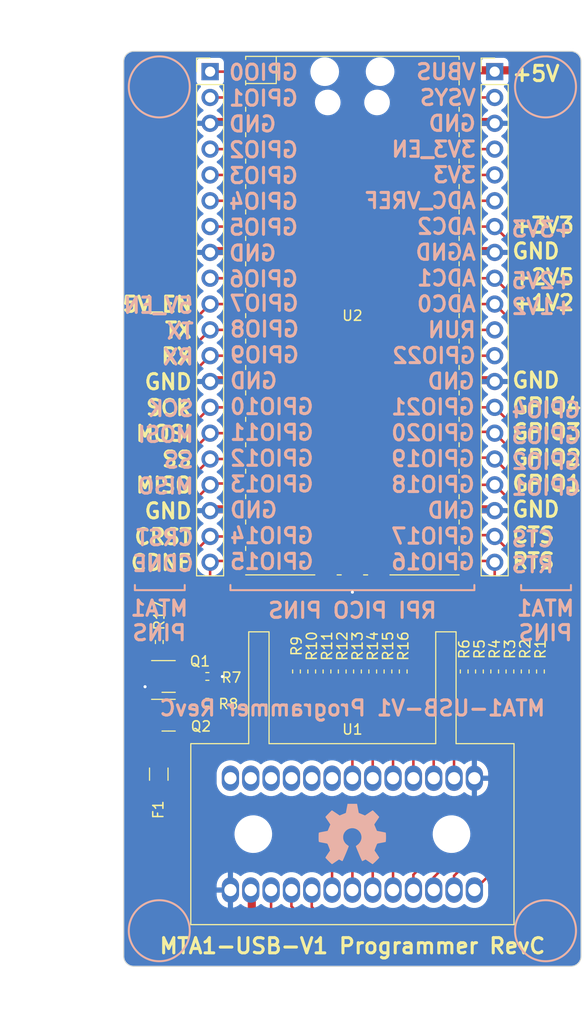
<source format=kicad_pcb>
(kicad_pcb (version 20221018) (generator pcbnew)
  (layers (0 "F.Cu" signal) (31 "B.Cu" signal) (34 "B.Paste" user) (35 "F.Paste" user) (36 "B.SilkS" user "B.Silkscreen") (37 "F.SilkS" user "F.Silkscreen") (38 "B.Mask" user) (39 "F.Mask" user) (44 "Edge.Cuts" user))
  (net 0 "")
  (net 1 "GND")
  (net 2 "+5V")
  (net 3 "+3V3")
  (net 4 "+2V5")
  (net 5 "+1V2")
  (net 6 "/TX")
  (net 7 "/RX")
  (net 8 "/RTS")
  (net 9 "/CTS")
  (net 10 "/GPIO1")
  (net 11 "/GPIO2")
  (net 12 "/GPIO3")
  (net 13 "/GPIO4")
  (net 14 "/CDONE")
  (net 15 "/CRESET")
  (net 16 "/MISO")
  (net 17 "/SS")
  (net 18 "/MOSI")
  (net 19 "/SCK")
  (net 26 "/PICO_0")
  (net 27 "/PICO_1")
  (net 28 "/PICO_2")
  (net 29 "/PICO_3")
  (net 30 "/PICO_4")
  (net 31 "/PICO_5")
  (net 32 "/PICO_6")
  (net 33 "/PICO_VSYS")
  (net 34 "/PICO_3V3_EN")
  (net 35 "/PICO_3V3")
  (net 36 "/PICO_ADC_VREF")
  (net 39 "/PICO_RUN")
  (net 40 "/PICO22")
  (net 41 "/TX_U")
  (net 42 "/RX_U")
  (net 43 "/SCK_U")
  (net 44 "/MOSI_U")
  (net 45 "/SS_U")
  (net 46 "/MISO_U")
  (net 47 "/CRESET_U")
  (net 48 "/CDONE_U")
  (net 49 "/GPIO4_U")
  (net 50 "/GPIO3_U")
  (net 51 "/GPIO2_U")
  (net 52 "/GPIO1_U")
  (net 53 "/CTS_U")
  (net 54 "/RTS_U")
  (net 55 "/5V_EN")
  (net 56 "Net-(Q1-Pad3)")
  (net 57 "/5V_DUT")
  (net 58 "/5V_FUSE")
  (net 59 "Net-(Q1-Pad1)")
  (footprint "mta1:ERJ2G(0402)_L" (layer "F.Cu") (at 153 110 -90)
    (fp_text reference "R5")
    (fp_text value "R100")
  )
  (footprint "mta1:ERJ2G(0402)_L" (layer "F.Cu") (at 154.5 110 -90)
    (fp_text reference "R4")
    (fp_text value "R100")
  )
  (footprint "mta1:ERJ2G(0402)_L" (layer "F.Cu") (at 151.5 110 -90)
    (fp_text reference "R6")
    (fp_text value "R100")
  )
  (footprint "Connector_PinHeader_2.54mm:PinHeader_1x20_P2.54mm_Vertical" (layer "F.Cu") (at 154.5 51)
    (fp_text reference "J2" hide)
    (fp_text value "Conn_01x20")
  )
  (footprint "Fuse:Fuse_1206_3216Metric" (layer "F.Cu") (at 121.45 120.1 90)
    (fp_text reference "F1")
    (fp_text value "50mA, nSMD005")
  )
  (footprint "mta1:ERJ2G(0402)_L" (layer "F.Cu") (at 139.5 110 90)
    (fp_text reference "R12")
    (fp_text value "R100")
  )
  (footprint "Connector_PinHeader_2.54mm:PinHeader_1x20_P2.54mm_Vertical" (layer "F.Cu") (at 126.5 51)
    (fp_text reference "J1" hide)
    (fp_text value "Conn_01x20")
  )
  (footprint "mta1:ERJ2G(0402)_L" (layer "F.Cu") (at 142.5 110 90)
    (fp_text reference "R14")
    (fp_text value "R100")
  )
  (footprint "mta1:ERJ2G(0402)_L" (layer "F.Cu") (at 138 110 90)
    (fp_text reference "R11")
    (fp_text value "R100")
  )
  (footprint "mta1:ERJ2G(0402)_L" (layer "F.Cu") (at 141 110 90)
    (fp_text reference "R13")
    (fp_text value "R100")
  )
  (footprint "Package_TO_SOT_SMD:SOT-23" (layer "F.Cu") (at 122.42 110.49)
    (fp_text reference "Q1")
    (fp_text value "AO3400A")
  )
  (footprint "mta1:ERJ2G(0402)_L" (layer "F.Cu") (at 126.23 113.03)
    (fp_text reference "R8")
    (fp_text value "10K")
  )
  (footprint "Package_TO_SOT_SMD:SOT-23" (layer "F.Cu") (at 122.42 114.3)
    (fp_text reference "Q2")
    (fp_text value "AO3401A")
  )
  (footprint "mta1:ERJ2G(0402)_L" (layer "F.Cu") (at 135 110 90)
    (fp_text reference "R9")
    (fp_text value "R100")
  )
  (footprint "mta1:ERJ2G(0402)_L" (layer "F.Cu") (at 136.5 110 90)
    (fp_text reference "R10")
    (fp_text value "R100")
  )
  (footprint "MCU_RaspberryPi_and_Boards:RPi_Pico_SMD" (layer "F.Cu") (at 140.5 75)
    (fp_text reference "U2")
    (fp_text value "Pico")
  )
  (footprint "mta1:mta1_usb_ch554_pogo" (layer "F.Cu") (at 140.5 126)
    (fp_text reference "U1")
    (fp_text value "mta1_usb_ch554_pogo")
  )
  (footprint "mta1:ERJ2G(0402)_L" (layer "F.Cu") (at 159 110 -90)
    (fp_text reference "R1")
    (fp_text value "R100")
  )
  (footprint "mta1:ERJ2G(0402)_L" (layer "F.Cu") (at 145.5 110 90)
    (fp_text reference "R16")
    (fp_text value "R100")
  )
  (footprint "mta1:ERJ2G(0402)_L" (layer "F.Cu") (at 156 110 -90)
    (fp_text reference "R3")
    (fp_text value "R100")
  )
  (footprint "mta1:ERJ2G(0402)_L" (layer "F.Cu") (at 121.5 107.1 -90)
    (fp_text reference "R17")
    (fp_text value "R100")
  )
  (footprint "mta1:ERJ2G(0402)_L" (layer "F.Cu") (at 144 110 90)
    (fp_text reference "R15")
    (fp_text value "R100")
  )
  (footprint "mta1:ERJ2G(0402)_L" (layer "F.Cu") (at 126.23 110.49 180)
    (fp_text reference "R7")
    (fp_text value "10K")
  )
  (footprint "mta1:ERJ2G(0402)_L" (layer "F.Cu") (at 157.5 110 -90)
    (fp_text reference "R2")
    (fp_text value "R100")
  )
  (footprint "Symbol:OSHW-Symbol_6.7x6mm_SilkScreen" (layer "B.Cu") (at 140.5 126 180)
    (fp_text reference "REF**" hide)
    (fp_text value "OSHW-Symbol_6.7x6mm_SilkScreen" hide)
  )
  (gr_circle (center 121.5 52.5) (end 124.5 52.5) (stroke (width 0.2)) (fill none) (layer "B.SilkS"))
  (gr_line (start 157.1 102) (end 162 102) (stroke (width 0.2)) (layer "B.SilkS"))
  (gr_line (start 119.1 102) (end 124 102) (stroke (width 0.2)) (layer "B.SilkS"))
  (gr_circle (center 159.5 52.5) (end 162.5 52.5) (stroke (width 0.2)) (fill none) (layer "B.SilkS"))
  (gr_circle (center 159.5 135.5) (end 162.5 135.5) (stroke (width 0.2)) (fill none) (layer "B.SilkS"))
  (gr_line (start 119.1 101.5) (end 119.1 102) (stroke (width 0.2)) (layer "B.SilkS"))
  (gr_circle (center 121.5 135.5) (end 124.5 135.5) (stroke (width 0.2)) (fill none) (layer "B.SilkS"))
  (gr_line (start 162 101.5) (end 162 102) (stroke (width 0.2)) (layer "B.SilkS"))
  (gr_line (start 128.5 102) (end 152.5 102) (stroke (width 0.2)) (layer "B.SilkS"))
  (gr_line (start 124 101.5) (end 124 102) (stroke (width 0.2)) (layer "B.SilkS"))
  (gr_line (start 157.1 101.5) (end 157.1 102) (stroke (width 0.2)) (layer "B.SilkS"))
  (gr_line (start 128.5 101.5) (end 128.5 102) (stroke (width 0.2)) (layer "B.SilkS"))
  (gr_line (start 152.5 101.5) (end 152.5 102) (stroke (width 0.2)) (layer "B.SilkS"))
  (gr_arc (start 118 50) (mid 118.292893 49.292893) (end 119 49) (stroke (width 0.1)) (layer "Edge.Cuts"))
  (gr_line (start 162 49) (end 119 49) (stroke (width 0.1)) (layer "Edge.Cuts"))
  (gr_line (start 118 50) (end 118 138) (stroke (width 0.1)) (layer "Edge.Cuts"))
  (gr_arc (start 119 139) (mid 118.292893 138.707107) (end 118 138) (stroke (width 0.1)) (layer "Edge.Cuts"))
  (gr_arc (start 162 49) (mid 162.707107 49.292893) (end 163 50) (stroke (width 0.1)) (layer "Edge.Cuts"))
  (gr_line (start 119 139) (end 162 139) (stroke (width 0.1)) (layer "Edge.Cuts"))
  (gr_line (start 163 138) (end 163 50) (stroke (width 0.1)) (layer "Edge.Cuts"))
  (gr_arc (start 163 138) (mid 162.707107 138.707107) (end 162 139) (stroke (width 0.1)) (layer "Edge.Cuts"))
  (gr_text "GND" (at 152.7 94.16) (layer "B.SilkS") (effects (font (size 1.5 1.5) (thickness 0.3)) (justify left mirror)))
  (gr_text "SS" (at 125.04 89.24) (layer "B.SilkS") (effects (font (size 1.5 1.5) (thickness 0.3)) (justify left mirror)))
  (gr_text "+2V5" (at 156 71.58) (layer "B.SilkS") (effects (font (size 1.5 1.5) (thickness 0.3)) (justify right mirror)))
  (gr_text "GPIO11" (at 128.3 86.5) (layer "B.SilkS") (effects (font (size 1.5 1.5) (thickness 0.3)) (justify right mirror)))
  (gr_text "VBUS" (at 152.8 51.02) (layer "B.SilkS") (effects (font (size 1.5 1.5) (thickness 0.3)) (justify left mirror)))
  (gr_text "GPIO6" (at 128.2 71.4) (layer "B.SilkS") (effects (font (size 1.5 1.5) (thickness 0.3)) (justify right mirror)))
  (gr_text "+1V2" (at 156 74.12) (layer "B.SilkS") (effects (font (size 1.5 1.5) (thickness 0.3)) (justify right mirror)))
  (gr_text "GND" (at 128.2 68.86) (layer "B.SilkS") (effects (font (size 1.5 1.5) (thickness 0.3)) (justify right mirror)))
  (gr_text "GPIO2" (at 156 89.36) (layer "B.SilkS") (effects (font (size 1.5 1.5) (thickness 0.3)) (justify right mirror)))
  (gr_text "GPIO22" (at 152.8 78.94) (layer "B.SilkS") (effects (font (size 1.5 1.5) (thickness 0.3)) (justify left mirror)))
  (gr_text "CRST" (at 125.04 96.86) (layer "B.SilkS") (effects (font (size 1.5 1.5) (thickness 0.3)) (justify left mirror)))
  (gr_text "TX" (at 125.04 76.54) (layer "B.SilkS") (effects (font (size 1.5 1.5) (thickness 0.3)) (justify left mirror)))
  (gr_text "CTS" (at 156 96.98) (layer "B.SilkS") (effects (font (size 1.5 1.5) (thickness 0.3)) (justify right mirror)))
  (gr_text "RUN" (at 152.8 76.4) (layer "B.SilkS") (effects (font (size 1.5 1.5) (thickness 0.3)) (justify left mirror)))
  (gr_text "GPIO10" (at 128.3 83.96) (layer "B.SilkS") (effects (font (size 1.5 1.5) (thickness 0.3)) (justify right mirror)))
  (gr_text "MTA1\nPINS" (at 121.5 105) (layer "B.SilkS") (effects (font (size 1.5 1.5) (thickness 0.3)) (justify mirror)))
  (gr_text "+3V3" (at 156 66.5) (layer "B.SilkS") (effects (font (size 1.5 1.5) (thickness 0.3)) (justify right mirror)))
  (gr_text "GND" (at 128.2 56.16) (layer "B.SilkS") (effects (font (size 1.5 1.5) (thickness 0.3)) (justify right mirror)))
  (gr_text "CDNE" (at 125.04 99.4) (layer "B.SilkS") (effects (font (size 1.5 1.5) (thickness 0.3)) (justify left mirror)))
  (gr_text "GPIO16" (at 152.7 99.24) (layer "B.SilkS") (effects (font (size 1.5 1.5) (thickness 0.3)) (justify left mirror)))
  (gr_text "GPIO8" (at 128.3 76.34) (layer "B.SilkS") (effects (font (size 1.5 1.5) (thickness 0.3)) (justify right mirror)))
  (gr_text "GPIO3" (at 128.2 61.24) (layer "B.SilkS") (effects (font (size 1.5 1.5) (thickness 0.3)) (justify right mirror)))
  (gr_text "GPIO19" (at 152.7 89.08) (layer "B.SilkS") (effects (font (size 1.5 1.5) (thickness 0.3)) (justify left mirror)))
  (gr_text "GND" (at 128.3 81.42) (layer "B.SilkS") (effects (font (size 1.5 1.5) (thickness 0.3)) (justify right mirror)))
  (gr_text "GPIO14" (at 128.3 96.66) (layer "B.SilkS") (effects (font (size 1.5 1.5) (thickness 0.3)) (justify right mirror)))
  (gr_text "ADC0" (at 152.8 73.86) (layer "B.SilkS") (effects (font (size 1.5 1.5) (thickness 0.3)) (justify left mirror)))
  (gr_text "GPIO13" (at 128.3 91.58) (layer "B.SilkS") (effects (font (size 1.5 1.5) (thickness 0.3)) (justify right mirror)))
  (gr_text "MISO" (at 125.04 91.78) (layer "B.SilkS") (effects (font (size 1.5 1.5) (thickness 0.3)) (justify left mirror)))
  (gr_text "GPIO18" (at 152.7 91.62) (layer "B.SilkS") (effects (font (size 1.5 1.5) (thickness 0.3)) (justify left mirror)))
  (gr_text "3V3_EN" (at 152.8 58.64) (layer "B.SilkS") (effects (font (size 1.5 1.5) (thickness 0.3)) (justify left mirror)))
  (gr_text "3V3" (at 152.8 61.16) (layer "B.SilkS") (effects (font (size 1.5 1.5) (thickness 0.3)) (justify left mirror)))
  (gr_text "GPIO7" (at 128.26 73.8) (layer "B.SilkS") (effects (font (size 1.5 1.5) (thickness 0.3)) (justify right mirror)))
  (gr_text "GPIO4" (at 128.2 63.78) (layer "B.SilkS") (effects (font (size 1.5 1.5) (thickness 0.3)) (justify right mirror)))
  (gr_text "VSYS" (at 152.8 53.56) (layer "B.SilkS") (effects (font (size 1.5 1.5) (thickness 0.3)) (justify left mirror)))
  (gr_text "MTA1-USB-V1 Programmer RevC" (at 140.5 113.61) (layer "B.SilkS") (effects (font (size 1.5 1.5) (thickness 0.3)) (justify mirror)))
  (gr_text "AGND" (at 152.8 68.78) (layer "B.SilkS") (effects (font (size 1.5 1.5) (thickness 0.3)) (justify left mirror)))
  (gr_text "RX" (at 125.04 79.08) (layer "B.SilkS") (effects (font (size 1.5 1.5) (thickness 0.3)) (justify left mirror)))
  (gr_text "GPIO15" (at 128.3 99.2) (layer "B.SilkS") (effects (font (size 1.5 1.5) (thickness 0.3)) (justify right mirror)))
  (gr_text "GPIO2" (at 128.2 58.7) (layer "B.SilkS") (effects (font (size 1.5 1.5) (thickness 0.3)) (justify right mirror)))
  (gr_text "GND" (at 128.3 94.12) (layer "B.SilkS") (effects (font (size 1.5 1.5) (thickness 0.3)) (justify right mirror)))
  (gr_text "ADC1" (at 152.8 71.32) (layer "B.SilkS") (effects (font (size 1.5 1.5) (thickness 0.3)) (justify left mirror)))
  (gr_text "GPIO4" (at 156 84.28) (layer "B.SilkS") (effects (font (size 1.5 1.5) (thickness 0.3)) (justify right mirror)))
  (gr_text "ADC_VREF" (at 152.8 63.7) (layer "B.SilkS") (effects (font (size 1.5 1.5) (thickness 0.3)) (justify left mirror)))
  (gr_text "RPI PICO PINS" (at 140.5 104) (layer "B.SilkS") (effects (font (size 1.5 1.5) (thickness 0.3)) (justify mirror)))
  (gr_text "GPIO9" (at 128.3 78.88) (layer "B.SilkS") (effects (font (size 1.5 1.5) (thickness 0.3)) (justify right mirror)))
  (gr_text "GPIO1" (at 156 91.9) (layer "B.SilkS") (effects (font (size 1.5 1.5) (thickness 0.3)) (justify right mirror)))
  (gr_text "5V_EN" (at 125 74) (layer "B.SilkS") (effects (font (size 1.5 1.5) (thickness 0.3)) (justify left mirror)))
  (gr_text "GPIO1" (at 128.2 53.62) (layer "B.SilkS") (effects (font (size 1.5 1.5) (thickness 0.3)) (justify right mirror)))
  (gr_text "GPIO5" (at 128.2 66.32) (layer "B.SilkS") (effects (font (size 1.5 1.5) (thickness 0.3)) (justify right mirror)))
  (gr_text "GND" (at 152.7 81.46) (layer "B.SilkS") (effects (font (size 1.5 1.5) (thickness 0.3)) (justify left mirror)))
  (gr_text "GPIO20" (at 152.7 86.54) (layer "B.SilkS") (effects (font (size 1.5 1.5) (thickness 0.3)) (justify left mirror)))
  (gr_text "MOSI" (at 125.04 86.7) (layer "B.SilkS") (effects (font (size 1.5 1.5) (thickness 0.3)) (justify left mirror)))
  (gr_text "ADC2" (at 152.8 66.24) (layer "B.SilkS") (effects (font (size 1.5 1.5) (thickness 0.3)) (justify left mirror)))
  (gr_text "SCK" (at 125.04 84.16) (layer "B.SilkS") (effects (font (size 1.5 1.5) (thickness 0.3)) (justify left mirror)))
  (gr_text "GPIO3" (at 156 86.82) (layer "B.SilkS") (effects (font (size 1.5 1.5) (thickness 0.3)) (justify right mirror)))
  (gr_text "GPIO12" (at 128.3 89.04) (layer "B.SilkS") (effects (font (size 1.5 1.5) (thickness 0.3)) (justify right mirror)))
  (gr_text "GPIO0" (at 128.2 51.08) (layer "B.SilkS") (effects (font (size 1.5 1.5) (thickness 0.3)) (justify right mirror)))
  (gr_text "GND" (at 152.8 56.1) (layer "B.SilkS") (effects (font (size 1.5 1.5) (thickness 0.3)) (justify left mirror)))
  (gr_text "GPIO17" (at 152.7 96.7) (layer "B.SilkS") (effects (font (size 1.5 1.5) (thickness 0.3)) (justify left mirror)))
  (gr_text "MTA1\nPINS" (at 159.5 105) (layer "B.SilkS") (effects (font (size 1.5 1.5) (thickness 0.3)) (justify mirror)))
  (gr_text "RTS" (at 156 99.52) (layer "B.SilkS") (effects (font (size 1.5 1.5) (thickness 0.3)) (justify right mirror)))
  (gr_text "GPIO21" (at 152.7 84) (layer "B.SilkS") (effects (font (size 1.5 1.5) (thickness 0.3)) (justify left mirror)))
  (gr_text "MOSI" (at 124.86 86.6) (layer "F.SilkS") (effects (font (size 1.5 1.5) (thickness 0.3)) (justify right)))
  (gr_text "GPIO3" (at 156.075 86.44) (layer "F.SilkS") (effects (font (size 1.5 1.5) (thickness 0.3)) (justify left)))
  (gr_text "GPIO1" (at 156.075 91.52) (layer "F.SilkS") (effects (font (size 1.5 1.5) (thickness 0.3)) (justify left)))
  (gr_text "GND" (at 124.86 94.22) (layer "F.SilkS") (effects (font (size 1.5 1.5) (thickness 0.3)) (justify right)))
  (gr_text "GPIO4" (at 156.075 83.9) (layer "F.SilkS") (effects (font (size 1.5 1.5) (thickness 0.3)) (justify left)))
  (gr_text "TX" (at 124.86 76.44) (layer "F.SilkS") (effects (font (size 1.5 1.5) (thickness 0.3)) (justify right)))
  (gr_text "GPIO2" (at 156.075 88.98) (layer "F.SilkS") (effects (font (size 1.5 1.5) (thickness 0.3)) (justify left)))
  (gr_text "+2V5" (at 156.075 71.2) (layer "F.SilkS") (effects (font (size 1.5 1.5) (thickness 0.3)) (justify left)))
  (gr_text "GND" (at 156.075 81.36) (layer "F.SilkS") (effects (font (size 1.5 1.5) (thickness 0.3)) (justify left)))
  (gr_text "GND" (at 156.075 94.06) (layer "F.SilkS") (effects (font (size 1.5 1.5) (thickness 0.3)) (justify left)))
  (gr_text "SCK" (at 124.86 84.06) (layer "F.SilkS") (effects (font (size 1.5 1.5) (thickness 0.3)) (justify right)))
  (gr_text "+1V2" (at 156.075 73.74) (layer "F.SilkS") (effects (font (size 1.5 1.5) (thickness 0.3)) (justify left)))
  (gr_text "5V_EN" (at 124.9 73.9) (layer "F.SilkS") (effects (font (size 1.5 1.5) (thickness 0.3)) (justify right)))
  (gr_text "GND" (at 156.075 68.66) (layer "F.SilkS") (effects (font (size 1.5 1.5) (thickness 0.3)) (justify left)))
  (gr_text "RX" (at 124.86 78.98) (layer "F.SilkS") (effects (font (size 1.5 1.5) (thickness 0.3)) (justify right)))
  (gr_text "+5V" (at 156.075 51.2) (layer "F.SilkS") (effects (font (size 1.5 1.5) (thickness 0.3)) (justify left)))
  (gr_text "GND" (at 124.86 81.52) (layer "F.SilkS") (effects (font (size 1.5 1.5) (thickness 0.3)) (justify right)))
  (gr_text "CRST" (at 124.86 96.76) (layer "F.SilkS") (effects (font (size 1.5 1.5) (thickness 0.3)) (justify right)))
  (gr_text "RTS" (at 156.075 99.14) (layer "F.SilkS") (effects (font (size 1.5 1.5) (thickness 0.3)) (justify left)))
  (gr_text "+3V3" (at 156.075 66.12) (layer "F.SilkS") (effects (font (size 1.5 1.5) (thickness 0.3)) (justify left)))
  (gr_text "CTS" (at 156.075 96.6) (layer "F.SilkS") (effects (font (size 1.5 1.5) (thickness 0.3)) (justify left)))
  (gr_text "MISO" (at 124.86 91.68) (layer "F.SilkS") (effects (font (size 1.5 1.5) (thickness 0.3)) (justify right)))
  (gr_text "CDNE" (at 124.86 99.3) (layer "F.SilkS") (effects (font (size 1.5 1.5) (thickness 0.3)) (justify right)))
  (gr_text "SS" (at 124.86 89.14) (layer "F.SilkS") (effects (font (size 1.5 1.5) (thickness 0.3)) (justify right)))
  (gr_text "MTA1-USB-V1 Programmer RevC" (at 140.5 137) (layer "F.SilkS") (effects (font (size 1.5 1.5) (thickness 0.3))))
  (segment (start 154.37 68.65) (end 154.5 68.78) (width 0.8) (layer "F.Cu") (net 1))
  (segment (start 149.39 55.95) (end 154.37 55.95) (width 0.8) (layer "F.Cu") (net 1))
  (segment (start 154.37 94.05) (end 154.5 94.18) (width 0.8) (layer "F.Cu") (net 1))
  (segment (start 149.39 68.65) (end 154.37 68.65) (width 0.8) (layer "F.Cu") (net 1))
  (segment (start 126.63 110.49) (end 127.49 110.49) (width 0.25) (layer "F.Cu") (net 1))
  (segment (start 127.5 110.5) (end 127.7 110.5) (width 0.25) (layer "F.Cu") (net 1))
  (segment (start 127.49 110.49) (end 127.5 110.5) (width 0.25) (layer "F.Cu") (net 1))
  (segment (start 154.37 81.35) (end 154.5 81.48) (width 0.8) (layer "F.Cu") (net 1))
  (segment (start 131.61 94.05) (end 126.63 94.05) (width 0.8) (layer "F.Cu") (net 1))
  (segment (start 126.63 55.95) (end 126.5 56.08) (width 0.8) (layer "F.Cu") (net 1))
  (segment (start 126.63 81.35) (end 126.5 81.48) (width 0.8) (layer "F.Cu") (net 1))
  (segment (start 121.4825 111.44) (end 120.16 111.44) (width 0.25) (layer "F.Cu") (net 1))
  (segment (start 120.16 111.44) (end 120.1 111.5) (width 0.25) (layer "F.Cu") (net 1))
  (segment (start 131.61 55.95) (end 126.63 55.95) (width 0.8) (layer "F.Cu") (net 1))
  (segment (start 131.61 68.65) (end 126.63 68.65) (width 0.8) (layer "F.Cu") (net 1))
  (segment (start 140.5 98.9) (end 140.5 102.2) (width 0.8) (layer "F.Cu") (net 1))
  (segment (start 126.63 68.65) (end 126.5 68.78) (width 0.8) (layer "F.Cu") (net 1))
  (segment (start 149.39 94.05) (end 154.37 94.05) (width 0.8) (layer "F.Cu") (net 1))
  (segment (start 149.39 81.35) (end 154.37 81.35) (width 0.8) (layer "F.Cu") (net 1))
  (segment (start 154.37 55.95) (end 154.5 56.08) (width 0.8) (layer "F.Cu") (net 1))
  (segment (start 126.63 94.05) (end 126.5 94.18) (width 0.8) (layer "F.Cu") (net 1))
  (segment (start 131.61 81.35) (end 126.63 81.35) (width 0.8) (layer "F.Cu") (net 1))
  (via (at 127.7 110.5) (size 0.6) (drill 0.3) (layers "F.Cu" "B.Cu") (net 1))
  (via (at 120.1 111.5) (size 0.6) (drill 0.3) (layers "F.Cu" "B.Cu") (net 1))
  (via (at 140.5 102.2) (size 0.6) (drill 0.3) (layers "F.Cu" "B.Cu") (net 1))
  (segment (start 158.17 50.87) (end 162 54.7) (width 0.8) (layer "F.Cu") (net 2))
  (segment (start 159 137.1) (end 127.3 137.1) (width 0.8) (layer "F.Cu") (net 2))
  (segment (start 162 134.1) (end 159 137.1) (width 0.8) (layer "F.Cu") (net 2))
  (segment (start 127.3 137.1) (end 121.45 131.25) (width 0.8) (layer "F.Cu") (net 2))
  (segment (start 121.45 131.25) (end 121.45 121.5) (width 0.8) (layer "F.Cu") (net 2))
  (segment (start 162 54.7) (end 162 134.1) (width 0.8) (layer "F.Cu") (net 2))
  (segment (start 149.39 50.87) (end 158.17 50.87) (width 0.8) (layer "F.Cu") (net 2))
  (segment (start 161 72.74) (end 161 130.26) (width 0.25) (layer "F.Cu") (net 3))
  (segment (start 149.52 66.24) (end 149.39 66.11) (width 0.25) (layer "F.Cu") (net 3))
  (segment (start 154.5 66.24) (end 149.52 66.24) (width 0.25) (layer "F.Cu") (net 3))
  (segment (start 155.56 135.7) (end 134.9 135.7) (width 0.25) (layer "F.Cu") (net 3))
  (segment (start 134.9 135.7) (end 132.5 133.3) (width 0.25) (layer "F.Cu") (net 3))
  (segment (start 154.5 66.24) (end 161 72.74) (width 0.25) (layer "F.Cu") (net 3))
  (segment (start 132.5 133.3) (end 132.5 131.5) (width 0.25) (layer "F.Cu") (net 3))
  (segment (start 161 130.26) (end 155.56 135.7) (width 0.25) (layer "F.Cu") (net 3))
  (segment (start 134.5 131.5) (end 134.5 133.1) (width 0.25) (layer "F.Cu") (net 4))
  (segment (start 160.5 129.835718) (end 160.5 77.32) (width 0.25) (layer "F.Cu") (net 4))
  (segment (start 155.235718 135.1) (end 160.5 129.835718) (width 0.25) (layer "F.Cu") (net 4))
  (segment (start 134.5 133.1) (end 136.5 135.1) (width 0.25) (layer "F.Cu") (net 4))
  (segment (start 160.5 77.32) (end 154.5 71.32) (width 0.25) (layer "F.Cu") (net 4))
  (segment (start 149.52 71.32) (end 154.5 71.32) (width 0.25) (layer "F.Cu") (net 4))
  (segment (start 136.5 135.1) (end 155.235718 135.1) (width 0.25) (layer "F.Cu") (net 4))
  (segment (start 149.39 71.19) (end 149.52 71.32) (width 0.25) (layer "F.Cu") (net 4))
  (segment (start 155.02 134.4) (end 137.74 134.4) (width 0.25) (layer "F.Cu") (net 5))
  (segment (start 149.39 73.73) (end 149.52 73.86) (width 0.25) (layer "F.Cu") (net 5))
  (segment (start 149.52 73.86) (end 154.5 73.86) (width 0.25) (layer "F.Cu") (net 5))
  (segment (start 160 79.36) (end 160 129.42) (width 0.25) (layer "F.Cu") (net 5))
  (segment (start 160 129.42) (end 155.02 134.4) (width 0.25) (layer "F.Cu") (net 5))
  (segment (start 137.74 134.4) (end 136.5 133.16) (width 0.25) (layer "F.Cu") (net 5))
  (segment (start 136.5 133.16) (end 136.5 131.5) (width 0.25) (layer "F.Cu") (net 5))
  (segment (start 154.5 73.86) (end 160 79.36) (width 0.25) (layer "F.Cu") (net 5))
  (segment (start 125.7 118.3) (end 125.7 122) (width 0.25) (layer "F.Cu") (net 6))
  (segment (start 136.94 123.5) (end 138.5 125.06) (width 0.25) (layer "F.Cu") (net 6))
  (segment (start 125.7 122) (end 127.2 123.5) (width 0.25) (layer "F.Cu") (net 6))
  (segment (start 135 113.3) (end 131.67 116.63) (width 0.25) (layer "F.Cu") (net 6))
  (segment (start 138.5 125.06) (end 138.5 131.5) (width 0.25) (layer "F.Cu") (net 6))
  (segment (start 127.2 123.5) (end 136.94 123.5) (width 0.25) (layer "F.Cu") (net 6))
  (segment (start 135 110.4) (end 135 113.3) (width 0.25) (layer "F.Cu") (net 6))
  (segment (start 131.67 116.63) (end 127.37 116.63) (width 0.25) (layer "F.Cu") (net 6))
  (segment (start 127.37 116.63) (end 125.7 118.3) (width 0.25) (layer "F.Cu") (net 6))
  (segment (start 126.3 121.6) (end 126.3 118.49) (width 0.25) (layer "F.Cu") (net 7))
  (segment (start 126.3 118.49) (end 127.42 117.37) (width 0.25) (layer "F.Cu") (net 7))
  (segment (start 136.5 110.4) (end 136.5 112.7) (width 0.25) (layer "F.Cu") (net 7))
  (segment (start 140.5 126.1) (end 137.25048 122.85048) (width 0.25) (layer "F.Cu") (net 7))
  (segment (start 131.93 117.37) (end 136.5 112.8) (width 0.25) (layer "F.Cu") (net 7))
  (segment (start 127.55048 122.85048) (end 126.3 121.6) (width 0.25) (layer "F.Cu") (net 7))
  (segment (start 136.5 112.8) (end 136.5 110.4) (width 0.25) (layer "F.Cu") (net 7))
  (segment (start 140.5 131.5) (end 140.5 126.1) (width 0.25) (layer "F.Cu") (net 7))
  (segment (start 137.25048 122.85048) (end 127.55048 122.85048) (width 0.25) (layer "F.Cu") (net 7))
  (segment (start 127.42 117.37) (end 131.93 117.37) (width 0.25) (layer "F.Cu") (net 7))
  (segment (start 154.31 116.51) (end 154.31 122.06) (width 0.25) (layer "F.Cu") (net 8))
  (segment (start 154.31 122.06) (end 153.47 122.9) (width 0.25) (layer "F.Cu") (net 8))
  (segment (start 142.5 126.75) (end 142.5 131.5) (width 0.25) (layer "F.Cu") (net 8))
  (segment (start 153.47 122.9) (end 146.35 122.9) (width 0.25) (layer "F.Cu") (net 8))
  (segment (start 151.5 113.7) (end 154.31 116.51) (width 0.25) (layer "F.Cu") (net 8))
  (segment (start 151.5 110.4) (end 151.5 113.7) (width 0.25) (layer "F.Cu") (net 8))
  (segment (start 146.35 122.9) (end 142.5 126.75) (width 0.25) (layer "F.Cu") (net 8))
  (segment (start 144.5 125.6) (end 144.5 131.5) (width 0.25) (layer "F.Cu") (net 9))
  (segment (start 154.94952 115.84952) (end 154.94952 122.286198) (width 0.25) (layer "F.Cu") (net 9))
  (segment (start 153 113.9) (end 154.94952 115.84952) (width 0.25) (layer "F.Cu") (net 9))
  (segment (start 153.725718 123.51) (end 146.59 123.51) (width 0.25) (layer "F.Cu") (net 9))
  (segment (start 153 110.4) (end 153 113.9) (width 0.25) (layer "F.Cu") (net 9))
  (segment (start 154.94952 122.286198) (end 153.725718 123.51) (width 0.25) (layer "F.Cu") (net 9))
  (segment (start 146.59 123.51) (end 144.5 125.6) (width 0.25) (layer "F.Cu") (net 9))
  (segment (start 151.97 128.26) (end 148.23 128.26) (width 0.25) (layer "F.Cu") (net 10))
  (segment (start 148.23 128.26) (end 146.5 129.99) (width 0.25) (layer "F.Cu") (net 10))
  (segment (start 154.5 114.5) (end 155.72 115.72) (width 0.25) (layer "F.Cu") (net 10))
  (segment (start 146.5 129.99) (end 146.5 131.5) (width 0.25) (layer "F.Cu") (net 10))
  (segment (start 155.72 124.51) (end 151.97 128.26) (width 0.25) (layer "F.Cu") (net 10))
  (segment (start 154.5 110.4) (end 154.5 114.5) (width 0.25) (layer "F.Cu") (net 10))
  (segment (start 155.72 115.72) (end 155.72 124.51) (width 0.25) (layer "F.Cu") (net 10))
  (segment (start 156.63 111.03) (end 156 110.4) (width 0.25) (layer "F.Cu") (net 11))
  (segment (start 149.8 128.94952) (end 152.086198 128.94952) (width 0.25) (layer "F.Cu") (net 11))
  (segment (start 152.086198 128.94952) (end 156.63 124.405718) (width 0.25) (layer "F.Cu") (net 11))
  (segment (start 148.5 130.24952) (end 149.8 128.94952) (width 0.25) (layer "F.Cu") (net 11))
  (segment (start 148.5 131.5) (end 148.5 130.24952) (width 0.25) (layer "F.Cu") (net 11))
  (segment (start 156.63 124.405718) (end 156.63 111.03) (width 0.25) (layer "F.Cu") (net 11))
  (segment (start 151.04 129.56) (end 150.5 130.1) (width 0.25) (layer "F.Cu") (net 12))
  (segment (start 157.5 110.4) (end 157.5 124.4) (width 0.25) (layer "F.Cu") (net 12))
  (segment (start 152.34 129.56) (end 151.04 129.56) (width 0.25) (layer "F.Cu") (net 12))
  (segment (start 150.5 130.1) (end 150.5 131.5) (width 0.25) (layer "F.Cu") (net 12))
  (segment (start 157.5 124.4) (end 152.34 129.56) (width 0.25) (layer "F.Cu") (net 12))
  (segment (start 159 125) (end 152.5 131.5) (width 0.25) (layer "F.Cu") (net 13))
  (segment (start 159 110.4) (end 159 125) (width 0.25) (layer "F.Cu") (net 13))
  (segment (start 145.5 111.9) (end 150.5 116.9) (width 0.25) (layer "F.Cu") (net 14))
  (segment (start 150.5 116.9) (end 150.5 120.5) (width 0.25) (layer "F.Cu") (net 14))
  (segment (start 145.5 110.4) (end 145.5 111.9) (width 0.25) (layer "F.Cu") (net 14))
  (segment (start 148.5 116.3) (end 148.5 120.5) (width 0.25) (layer "F.Cu") (net 15))
  (segment (start 144 111.8) (end 148.5 116.3) (width 0.25) (layer "F.Cu") (net 15))
  (segment (start 144 110.4) (end 144 111.8) (width 0.25) (layer "F.Cu") (net 15))
  (segment (start 146.5 115.8) (end 146.5 120.5) (width 0.25) (layer "F.Cu") (net 16))
  (segment (start 142.5 110.4) (end 142.5 111.8) (width 0.25) (layer "F.Cu") (net 16))
  (segment (start 142.5 111.8) (end 146.5 115.8) (width 0.25) (layer "F.Cu") (net 16))
  (segment (start 141 111.8) (end 144.5 115.3) (width 0.25) (layer "F.Cu") (net 17))
  (segment (start 141 110.4) (end 141 111.8) (width 0.25) (layer "F.Cu") (net 17))
  (segment (start 144.5 115.3) (end 144.5 120.5) (width 0.25) (layer "F.Cu") (net 17))
  (segment (start 139.5 110.4) (end 139.5 111.9) (width 0.25) (layer "F.Cu") (net 18))
  (segment (start 142.5 114.9) (end 142.5 120.5) (width 0.25) (layer "F.Cu") (net 18))
  (segment (start 139.5 111.9) (end 142.5 114.9) (width 0.25) (layer "F.Cu") (net 18))
  (segment (start 140.5 114.5) (end 140.5 120.5) (width 0.25) (layer "F.Cu") (net 19))
  (segment (start 138 110.4) (end 138 112) (width 0.25) (layer "F.Cu") (net 19))
  (segment (start 138 112) (end 140.5 114.5) (width 0.25) (layer "F.Cu") (net 19))
  (segment (start 131.48 51) (end 131.61 50.87) (width 0.25) (layer "F.Cu") (net 26))
  (segment (start 126.5 51) (end 131.48 51) (width 0.25) (layer "F.Cu") (net 26))
  (segment (start 131.48 53.54) (end 131.61 53.41) (width 0.25) (layer "F.Cu") (net 27))
  (segment (start 126.5 53.54) (end 131.48 53.54) (width 0.25) (layer "F.Cu") (net 27))
  (segment (start 126.5 58.62) (end 131.48 58.62) (width 0.25) (layer "F.Cu") (net 28))
  (segment (start 131.48 58.62) (end 131.61 58.49) (width 0.25) (layer "F.Cu") (net 28))
  (segment (start 126.5 61.16) (end 131.48 61.16) (width 0.25) (layer "F.Cu") (net 29))
  (segment (start 131.48 61.16) (end 131.61 61.03) (width 0.25) (layer "F.Cu") (net 29))
  (segment (start 131.48 63.7) (end 131.61 63.57) (width 0.25) (layer "F.Cu") (net 30))
  (segment (start 126.5 63.7) (end 131.48 63.7) (width 0.25) (layer "F.Cu") (net 30))
  (segment (start 126.5 66.24) (end 131.48 66.24) (width 0.25) (layer "F.Cu") (net 31))
  (segment (start 131.48 66.24) (end 131.61 66.11) (width 0.25) (layer "F.Cu") (net 31))
  (segment (start 131.48 71.32) (end 131.61 71.19) (width 0.25) (layer "F.Cu") (net 32))
  (segment (start 126.5 71.32) (end 131.48 71.32) (width 0.25) (layer "F.Cu") (net 32))
  (segment (start 154.5 53.54) (end 149.52 53.54) (width 0.25) (layer "F.Cu") (net 33))
  (segment (start 149.52 53.54) (end 149.39 53.41) (width 0.25) (layer "F.Cu") (net 33))
  (segment (start 149.52 58.62) (end 149.39 58.49) (width 0.25) (layer "F.Cu") (net 34))
  (segment (start 154.5 58.62) (end 149.52 58.62) (width 0.25) (layer "F.Cu") (net 34))
  (segment (start 149.52 61.16) (end 149.39 61.03) (width 0.25) (layer "F.Cu") (net 35))
  (segment (start 154.5 61.16) (end 149.52 61.16) (width 0.25) (layer "F.Cu") (net 35))
  (segment (start 154.5 63.7) (end 149.52 63.7) (width 0.25) (layer "F.Cu") (net 36))
  (segment (start 149.52 63.7) (end 149.39 63.57) (width 0.25) (layer "F.Cu") (net 36))
  (segment (start 149.52 76.4) (end 149.39 76.27) (width 0.25) (layer "F.Cu") (net 39))
  (segment (start 154.5 76.4) (end 149.52 76.4) (width 0.25) (layer "F.Cu") (net 39))
  (segment (start 149.52 78.94) (end 149.39 78.81) (width 0.25) (layer "F.Cu") (net 40))
  (segment (start 154.5 78.94) (end 149.52 78.94) (width 0.25) (layer "F.Cu") (net 40))
  (segment (start 134.12 106.92) (end 135 107.8) (width 0.25) (layer "F.Cu") (net 41))
  (segment (start 131.48 76.4) (end 131.61 76.27) (width 0.25) (layer "F.Cu") (net 41))
  (segment (start 135 107.8) (end 135 109.6) (width 0.25) (layer "F.Cu") (net 41))
  (segment (start 127.01 106.92) (end 134.12 106.92) (width 0.25) (layer "F.Cu") (net 41))
  (segment (start 126.5 76.4) (end 131.48 76.4) (width 0.25) (layer "F.Cu") (net 41))
  (segment (start 126.5 76.4) (end 121.3 81.6) (width 0.25) (layer "F.Cu") (net 41))
  (segment (start 121.3 81.6) (end 121.3 101.21) (width 0.25) (layer "F.Cu") (net 41))
  (segment (start 121.3 101.21) (end 127.01 106.92) (width 0.25) (layer "F.Cu") (net 41))
  (segment (start 136.5 109.6) (end 136.5 107.6) (width 0.25) (layer "F.Cu") (net 42))
  (segment (start 135.3 106.4) (end 127.264282 106.4) (width 0.25) (layer "F.Cu") (net 42))
  (segment (start 126.75048 105.886197) (end 121.9 101.035717) (width 0.25) (layer "F.Cu") (net 42))
  (segment (start 121.9 83.54) (end 126.5 78.94) (width 0.25) (layer "F.Cu") (net 42))
  (segment (start 121.9 101.035717) (end 121.9 83.54) (width 0.25) (layer "F.Cu") (net 42))
  (segment (start 136.5 107.6) (end 135.3 106.4) (width 0.25) (layer "F.Cu") (net 42))
  (segment (start 131.48 78.94) (end 131.61 78.81) (width 0.25) (layer "F.Cu") (net 42))
  (segment (start 126.5 78.94) (end 131.48 78.94) (width 0.25) (layer "F.Cu") (net 42))
  (segment (start 127.264282 106.4) (end 126.75048 105.886197) (width 0.25) (layer "F.Cu") (net 42))
  (segment (start 138 107.2) (end 136.59 105.79) (width 0.25) (layer "F.Cu") (net 43))
  (segment (start 138 109.6) (end 138 107.2) (width 0.25) (layer "F.Cu") (net 43))
  (segment (start 126.5 84.02) (end 131.48 84.02) (width 0.25) (layer "F.Cu") (net 43))
  (segment (start 122.54 87.98) (end 126.5 84.02) (width 0.25) (layer "F.Cu") (net 43))
  (segment (start 127.52 105.79) (end 122.54 100.81) (width 0.25) (layer "F.Cu") (net 43))
  (segment (start 122.54 100.81) (end 122.54 87.98) (width 0.25) (layer "F.Cu") (net 43))
  (segment (start 131.48 84.02) (end 131.61 83.89) (width 0.25) (layer "F.Cu") (net 43))
  (segment (start 136.59 105.79) (end 127.52 105.79) (width 0.25) (layer "F.Cu") (net 43))
  (segment (start 126.5 86.56) (end 123.17 89.89) (width 0.25) (layer "F.Cu") (net 44))
  (segment (start 131.48 86.56) (end 131.61 86.43) (width 0.25) (layer "F.Cu") (net 44))
  (segment (start 126.5 86.56) (end 131.48 86.56) (width 0.25) (layer "F.Cu") (net 44))
  (segment (start 123.17 100.64) (end 127.75 105.22) (width 0.25) (layer "F.Cu") (net 44))
  (segment (start 127.75 105.22) (end 137.12 105.22) (width 0.25) (layer "F.Cu") (net 44))
  (segment (start 123.17 89.89) (end 123.17 100.64) (width 0.25) (layer "F.Cu") (net 44))
  (segment (start 137.12 105.22) (end 139.5 107.6) (width 0.25) (layer "F.Cu") (net 44))
  (segment (start 139.5 107.6) (end 139.5 109.6) (width 0.25) (layer "F.Cu") (net 44))
  (segment (start 137.62 104.62) (end 128 104.62) (width 0.25) (layer "F.Cu") (net 45))
  (segment (start 131.48 89.1) (end 131.61 88.97) (width 0.25) (layer "F.Cu") (net 45))
  (segment (start 123.74 100.36) (end 123.74 91.86) (width 0.25) (layer "F.Cu") (net 45))
  (segment (start 141 109.6) (end 141 108) (width 0.25) (layer "F.Cu") (net 45))
  (segment (start 141 108) (end 137.62 104.62) (width 0.25) (layer "F.Cu") (net 45))
  (segment (start 126.5 89.1) (end 131.48 89.1) (width 0.25) (layer "F.Cu") (net 45))
  (segment (start 128 104.62) (end 123.74 100.36) (width 0.25) (layer "F.Cu") (net 45))
  (segment (start 123.74 91.86) (end 126.5 89.1) (width 0.25) (layer "F.Cu") (net 45))
  (segment (start 142.5 108.4) (end 142.5 109.6) (width 0.25) (layer "F.Cu") (net 46))
  (segment (start 128.309282 104.07) (end 138.17 104.07) (width 0.25) (layer "F.Cu") (net 46))
  (segment (start 126.63 91.51) (end 126.5 91.64) (width 0.25) (layer "F.Cu") (net 46))
  (segment (start 131.61 91.51) (end 126.63 91.51) (width 0.25) (layer "F.Cu") (net 46))
  (segment (start 126.5 91.64) (end 124.3 93.84) (width 0.25) (layer "F.Cu") (net 46))
  (segment (start 138.17 104.07) (end 142.5 108.4) (width 0.25) (layer "F.Cu") (net 46))
  (segment (start 124.3 93.84) (end 124.3 100.060718) (width 0.25) (layer "F.Cu") (net 46))
  (segment (start 124.3 100.060718) (end 128.309282 104.07) (width 0.25) (layer "F.Cu") (net 46))
  (segment (start 124.9 98.32) (end 126.5 96.72) (width 0.25) (layer "F.Cu") (net 47))
  (segment (start 144 109.6) (end 144 108.6) (width 0.25) (layer "F.Cu") (net 47))
  (segment (start 124.9 99.935718) (end 124.9 98.32) (width 0.25) (layer "F.Cu") (net 47))
  (segment (start 138.94 103.54) (end 128.504282 103.54) (width 0.25) (layer "F.Cu") (net 47))
  (segment (start 126.5 96.72) (end 131.48 96.72) (width 0.25) (layer "F.Cu") (net 47))
  (segment (start 144 108.6) (end 138.94 103.54) (width 0.25) (layer "F.Cu") (net 47))
  (segment (start 131.48 96.72) (end 131.61 96.59) (width 0.25) (layer "F.Cu") (net 47))
  (segment (start 128.504282 103.54) (end 124.9 99.935718) (width 0.25) (layer "F.Cu") (net 47))
  (segment (start 126.5 99.26) (end 126.5 100.71) (width 0.25) (layer "F.Cu") (net 48))
  (segment (start 126.63 99.13) (end 126.5 99.26) (width 0.25) (layer "F.Cu") (net 48))
  (segment (start 139.5 103) (end 145.5 109) (width 0.25) (layer "F.Cu") (net 48))
  (segment (start 131.61 99.13) (end 126.63 99.13) (width 0.25) (layer "F.Cu") (net 48))
  (segment (start 126.5 100.71) (end 128.79 103) (width 0.25) (layer "F.Cu") (net 48))
  (segment (start 145.5 109) (end 145.5 109.6) (width 0.25) (layer "F.Cu") (net 48))
  (segment (start 128.79 103) (end 139.5 103) (width 0.25) (layer "F.Cu") (net 48))
  (segment (start 159 109.6) (end 159 88.52) (width 0.25) (layer "F.Cu") (net 49))
  (segment (start 149.39 83.89) (end 149.52 84.02) (width 0.25) (layer "F.Cu") (net 49))
  (segment (start 149.52 84.02) (end 154.5 84.02) (width 0.25) (layer "F.Cu") (net 49))
  (segment (start 159 88.52) (end 154.5 84.02) (width 0.25) (layer "F.Cu") (net 49))
  (segment (start 157.8 89.86) (end 157.8 102.3) (width 0.25) (layer "F.Cu") (net 50))
  (segment (start 154.37 86.43) (end 154.5 86.56) (width 0.25) (layer "F.Cu") (net 50))
  (segment (start 157.5 102.6) (end 157.5 109.6) (width 0.25) (layer "F.Cu") (net 50))
  (segment (start 157.8 102.3) (end 157.5 102.6) (width 0.25) (layer "F.Cu") (net 50))
  (segment (start 149.39 86.43) (end 154.37 86.43) (width 0.25) (layer "F.Cu") (net 50))
  (segment (start 154.5 86.56) (end 157.8 89.86) (width 0.25) (layer "F.Cu") (net 50))
  (segment (start 149.39 88.97) (end 154.37 88.97) (width 0.25) (layer "F.Cu") (net 51))
  (segment (start 156 109.6) (end 156 102.9) (width 0.25) (layer "F.Cu") (net 51))
  (segment (start 157.22 91.82) (end 154.5 89.1) (width 0.25) (layer "F.Cu") (net 51))
  (segment (start 157.22 101.68) (end 157.22 91.82) (width 0.25) (layer "F.Cu") (net 51))
  (segment (start 156 102.9) (end 157.22 101.68) (width 0.25) (layer "F.Cu") (net 51))
  (segment (start 154.37 88.97) (end 154.5 89.1) (width 0.25) (layer "F.Cu") (net 51))
  (segment (start 156.66 93.8) (end 156.66 101.34) (width 0.25) (layer "F.Cu") (net 52))
  (segment (start 154.5 103.5) (end 154.5 109.6) (width 0.25) (layer "F.Cu") (net 52))
  (segment (start 149.52 91.64) (end 154.5 91.64) (width 0.25) (layer "F.Cu") (net 52))
  (segment (start 156.66 101.34) (end 154.5 103.5) (width 0.25) (layer "F.Cu") (net 52))
  (segment (start 149.39 91.51) (end 149.52 91.64) (width 0.25) (layer "F.Cu") (net 52))
  (segment (start 154.5 91.64) (end 156.66 93.8) (width 0.25) (layer "F.Cu") (net 52))
  (segment (start 153 103.7) (end 155.98 100.72) (width 0.25) (layer "F.Cu") (net 53))
  (segment (start 149.39 96.59) (end 154.37 96.59) (width 0.25) (layer "F.Cu") (net 53))
  (segment (start 155.98 98.2) (end 154.5 96.72) (width 0.25) (layer "F.Cu") (net 53))
  (segment (start 155.98 100.72) (end 155.98 98.2) (width 0.25) (layer "F.Cu") (net 53))
  (segment (start 153 109.6) (end 153 103.7) (width 0.25) (layer "F.Cu") (net 53))
  (segment (start 154.37 96.59) (end 154.5 96.72) (width 0.25) (layer "F.Cu") (net 53))
  (segment (start 151.5 103.6) (end 151.5 109.6) (width 0.25) (layer "F.Cu") (net 54))
  (segment (start 154.37 99.13) (end 154.5 99.26) (width 0.25) (layer "F.Cu") (net 54))
  (segment (start 154.5 99.26) (end 154.5 100.6) (width 0.25) (layer "F.Cu") (net 54))
  (segment (start 154.5 100.6) (end 151.5 103.6) (width 0.25) (layer "F.Cu") (net 54))
  (segment (start 149.39 99.13) (end 154.37 99.13) (width 0.25) (layer "F.Cu") (net 54))
  (segment (start 120.7 103.5) (end 121.5 104.3) (width 0.25) (layer "F.Cu") (net 55))
  (segment (start 131.48 73.86) (end 126.5 73.86) (width 0.25) (layer "F.Cu") (net 55))
  (segment (start 120.7 79.66) (end 120.7 103.5) (width 0.25) (layer "F.Cu") (net 55))
  (segment (start 126.5 73.86) (end 120.7 79.66) (width 0.25) (layer "F.Cu") (net 55))
  (segment (start 121.5 104.3) (end 121.5 106.7) (width 0.25) (layer "F.Cu") (net 55))
  (segment (start 131.61 73.73) (end 131.48 73.86) (width 0.25) (layer "F.Cu") (net 55))
  (segment (start 121.95 113.35) (end 121.4825 113.35) (width 0.25) (layer "F.Cu") (net 56))
  (segment (start 123.3575 110.49) (end 123.3575 111.9425) (width 0.25) (layer "F.Cu") (net 56))
  (segment (start 123.3575 111.9425) (end 121.95 113.35) (width 0.25) (layer "F.Cu") (net 56))
  (segment (start 125.83 113.03) (end 124.445 113.03) (width 0.25) (layer "F.Cu") (net 56))
  (segment (start 124.445 113.03) (end 123.3575 111.9425) (width 0.25) (layer "F.Cu") (net 56))
  (segment (start 127.3 134.5) (end 129.8 134.5) (width 0.8) (layer "F.Cu") (net 57))
  (segment (start 123.3575 130.5575) (end 127.3 134.5) (width 0.8) (layer "F.Cu") (net 57))
  (segment (start 130.6 133.7) (end 130.6 131.6) (width 0.8) (layer "F.Cu") (net 57))
  (segment (start 130.6 131.6) (end 130.5 131.5) (width 0.8) (layer "F.Cu") (net 57))
  (segment (start 129.8 134.5) (end 130.6 133.7) (width 0.8) (layer "F.Cu") (net 57))
  (segment (start 123.3575 114.3) (end 123.3575 130.5575) (width 0.8) (layer "F.Cu") (net 57))
  (segment (start 121.4825 114.8175) (end 122.1 114.2) (width 0.2) (layer "F.Cu") (net 58))
  (segment (start 122.1 114.184283) (end 122.684283 113.6) (width 0.2) (layer "F.Cu") (net 58))
  (segment (start 121.4825 115.25) (end 121.4825 114.8175) (width 0.2) (layer "F.Cu") (net 58))
  (segment (start 127.6 113.6) (end 127.6 113.2) (width 0.2) (layer "F.Cu") (net 58))
  (segment (start 124.5 113.6) (end 124.9 114) (width 0.2) (layer "F.Cu") (net 58))
  (segment (start 126.66 113) (end 126.63 113.03) (width 0.2) (layer "F.Cu") (net 58))
  (segment (start 124.9 114) (end 127.2 114) (width 0.2) (layer "F.Cu") (net 58))
  (segment (start 127.6 113.2) (end 127.4 113) (width 0.2) (layer "F.Cu") (net 58))
  (segment (start 121.45 118.7) (end 121.45 115.2825) (width 0.8) (layer "F.Cu") (net 58))
  (segment (start 127.4 113) (end 126.66 113) (width 0.2) (layer "F.Cu") (net 58))
  (segment (start 121.45 115.2825) (end 121.4825 115.25) (width 0.8) (layer "F.Cu") (net 58))
  (segment (start 122.1 114.2) (end 122.1 114.184283) (width 0.2) (layer "F.Cu") (net 58))
  (segment (start 122.684283 113.6) (end 124.5 113.6) (width 0.2) (layer "F.Cu") (net 58))
  (segment (start 127.2 114) (end 127.6 113.6) (width 0.2) (layer "F.Cu") (net 58))
  (segment (start 125.83 110.49) (end 125.82 110.5) (width 0.25) (layer "F.Cu") (net 59))
  (segment (start 125.3 110.5) (end 124.34 109.54) (width 0.25) (layer "F.Cu") (net 59))
  (segment (start 121.5 107.5) (end 121.5 109.5225) (width 0.25) (layer "F.Cu") (net 59))
  (segment (start 124.34 109.54) (end 121.4825 109.54) (width 0.25) (layer "F.Cu") (net 59))
  (segment (start 125.82 110.5) (end 125.3 110.5) (width 0.25) (layer "F.Cu") (net 59))
  (segment (start 121.5 109.5225) (end 121.4825 109.54) (width 0.25) (layer "F.Cu") (net 59))
  (zone (net 1) (net_name "GND") (layer "B.Cu") (connect_pads (clearance 0.508)) (min_thickness 0.254) (fill yes (thermal_gap 0.508) (thermal_bridge_width 0.508))
    (polygon (pts (xy 163 139) (xy 118 139) (xy 118 49) (xy 163 49)))
  )
)
</source>
